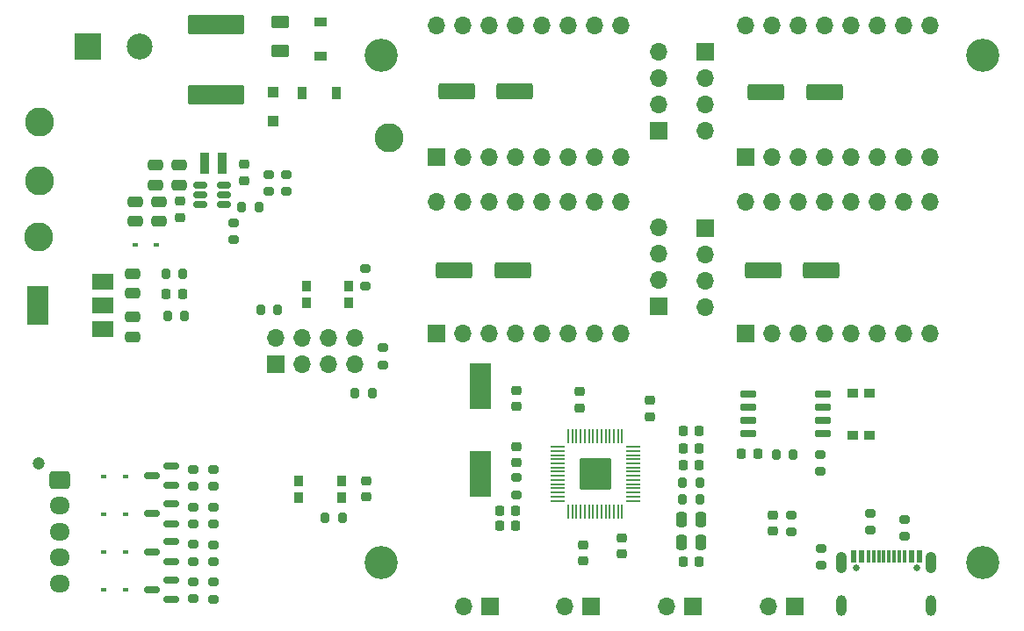
<source format=gbr>
%TF.GenerationSoftware,KiCad,Pcbnew,(6.0.2-0)*%
%TF.CreationDate,2022-05-18T10:29:49+02:00*%
%TF.ProjectId,Huge-Stepper-Driver,48756765-2d53-4746-9570-7065722d4472,rev?*%
%TF.SameCoordinates,Original*%
%TF.FileFunction,Soldermask,Top*%
%TF.FilePolarity,Negative*%
%FSLAX46Y46*%
G04 Gerber Fmt 4.6, Leading zero omitted, Abs format (unit mm)*
G04 Created by KiCad (PCBNEW (6.0.2-0)) date 2022-05-18 10:29:49*
%MOMM*%
%LPD*%
G01*
G04 APERTURE LIST*
G04 Aperture macros list*
%AMRoundRect*
0 Rectangle with rounded corners*
0 $1 Rounding radius*
0 $2 $3 $4 $5 $6 $7 $8 $9 X,Y pos of 4 corners*
0 Add a 4 corners polygon primitive as box body*
4,1,4,$2,$3,$4,$5,$6,$7,$8,$9,$2,$3,0*
0 Add four circle primitives for the rounded corners*
1,1,$1+$1,$2,$3*
1,1,$1+$1,$4,$5*
1,1,$1+$1,$6,$7*
1,1,$1+$1,$8,$9*
0 Add four rect primitives between the rounded corners*
20,1,$1+$1,$2,$3,$4,$5,0*
20,1,$1+$1,$4,$5,$6,$7,0*
20,1,$1+$1,$6,$7,$8,$9,0*
20,1,$1+$1,$8,$9,$2,$3,0*%
G04 Aperture macros list end*
%ADD10R,1.700000X1.700000*%
%ADD11O,1.700000X1.700000*%
%ADD12RoundRect,0.150000X0.587500X0.150000X-0.587500X0.150000X-0.587500X-0.150000X0.587500X-0.150000X0*%
%ADD13RoundRect,0.250000X0.475000X-0.250000X0.475000X0.250000X-0.475000X0.250000X-0.475000X-0.250000X0*%
%ADD14RoundRect,0.250000X-1.500000X-0.550000X1.500000X-0.550000X1.500000X0.550000X-1.500000X0.550000X0*%
%ADD15R,0.600000X0.450000*%
%ADD16R,2.500000X2.500000*%
%ADD17C,2.500000*%
%ADD18RoundRect,0.200000X-0.275000X0.200000X-0.275000X-0.200000X0.275000X-0.200000X0.275000X0.200000X0*%
%ADD19C,2.800000*%
%ADD20R,2.000000X4.500000*%
%ADD21RoundRect,0.250000X0.625000X-0.375000X0.625000X0.375000X-0.625000X0.375000X-0.625000X-0.375000X0*%
%ADD22RoundRect,0.225000X0.225000X0.250000X-0.225000X0.250000X-0.225000X-0.250000X0.225000X-0.250000X0*%
%ADD23RoundRect,0.200000X0.200000X0.275000X-0.200000X0.275000X-0.200000X-0.275000X0.200000X-0.275000X0*%
%ADD24RoundRect,0.200000X0.275000X-0.200000X0.275000X0.200000X-0.275000X0.200000X-0.275000X-0.200000X0*%
%ADD25RoundRect,0.150000X-0.512500X-0.150000X0.512500X-0.150000X0.512500X0.150000X-0.512500X0.150000X0*%
%ADD26R,0.900000X1.000000*%
%ADD27RoundRect,0.218750X0.256250X-0.218750X0.256250X0.218750X-0.256250X0.218750X-0.256250X-0.218750X0*%
%ADD28RoundRect,0.250000X-0.250000X-0.475000X0.250000X-0.475000X0.250000X0.475000X-0.250000X0.475000X0*%
%ADD29R,1.200000X0.900000*%
%ADD30C,3.200000*%
%ADD31RoundRect,0.250000X2.475000X-0.712500X2.475000X0.712500X-2.475000X0.712500X-2.475000X-0.712500X0*%
%ADD32RoundRect,0.225000X0.250000X-0.225000X0.250000X0.225000X-0.250000X0.225000X-0.250000X-0.225000X0*%
%ADD33RoundRect,0.225000X-0.225000X-0.250000X0.225000X-0.250000X0.225000X0.250000X-0.225000X0.250000X0*%
%ADD34RoundRect,0.050000X-0.050000X0.587500X-0.050000X-0.587500X0.050000X-0.587500X0.050000X0.587500X0*%
%ADD35RoundRect,0.050000X-0.587500X-0.050000X0.587500X-0.050000X0.587500X0.050000X-0.587500X0.050000X0*%
%ADD36RoundRect,0.050000X0.050000X-0.587500X0.050000X0.587500X-0.050000X0.587500X-0.050000X-0.587500X0*%
%ADD37RoundRect,0.050000X0.587500X0.050000X-0.587500X0.050000X-0.587500X-0.050000X0.587500X-0.050000X0*%
%ADD38RoundRect,0.155000X-1.395000X1.395000X-1.395000X-1.395000X1.395000X-1.395000X1.395000X1.395000X0*%
%ADD39RoundRect,0.200000X-0.200000X-0.275000X0.200000X-0.275000X0.200000X0.275000X-0.200000X0.275000X0*%
%ADD40RoundRect,0.250000X-0.475000X0.250000X-0.475000X-0.250000X0.475000X-0.250000X0.475000X0.250000X0*%
%ADD41R,1.000000X0.900000*%
%ADD42RoundRect,0.225000X-0.250000X0.225000X-0.250000X-0.225000X0.250000X-0.225000X0.250000X0.225000X0*%
%ADD43C,0.650000*%
%ADD44R,0.600000X1.150000*%
%ADD45R,0.300000X1.150000*%
%ADD46R,0.600000X0.900000*%
%ADD47O,1.050000X2.100000*%
%ADD48O,1.000000X2.000000*%
%ADD49RoundRect,0.225000X0.225000X0.825000X-0.225000X0.825000X-0.225000X-0.825000X0.225000X-0.825000X0*%
%ADD50RoundRect,0.150000X0.650000X0.150000X-0.650000X0.150000X-0.650000X-0.150000X0.650000X-0.150000X0*%
%ADD51R,1.100000X1.100000*%
%ADD52R,2.000000X1.500000*%
%ADD53R,2.000000X3.800000*%
%ADD54RoundRect,0.218750X0.218750X0.256250X-0.218750X0.256250X-0.218750X-0.256250X0.218750X-0.256250X0*%
%ADD55C,1.200000*%
%ADD56RoundRect,0.250000X-0.725000X0.600000X-0.725000X-0.600000X0.725000X-0.600000X0.725000X0.600000X0*%
%ADD57O,1.950000X1.700000*%
%ADD58R,0.900000X1.200000*%
G04 APERTURE END LIST*
D10*
%TO.C,U5*%
X131317500Y-91871800D03*
D11*
X133857500Y-91871800D03*
X136397500Y-91871800D03*
X138937500Y-91871800D03*
X141477500Y-91871800D03*
X144017500Y-91871800D03*
X146557500Y-91871800D03*
X149097500Y-91871800D03*
X149097500Y-79171800D03*
X146557500Y-79171800D03*
X144017500Y-79171800D03*
X141477500Y-79171800D03*
X138937500Y-79171800D03*
X136397500Y-79171800D03*
X133857500Y-79171800D03*
X131317500Y-79171800D03*
%TD*%
D12*
%TO.C,Q8*%
X105772900Y-134530000D03*
X105772900Y-132630000D03*
X103897900Y-133580000D03*
%TD*%
D13*
%TO.C,C2*%
X104571200Y-98040200D03*
X104571200Y-96140200D03*
%TD*%
D10*
%TO.C,J4*%
X136460000Y-135240000D03*
D11*
X133920000Y-135240000D03*
%TD*%
D14*
%TO.C,C25*%
X133267800Y-85521800D03*
X138867800Y-85521800D03*
%TD*%
D15*
%TO.C,D4*%
X102250000Y-100310000D03*
X104350000Y-100310000D03*
%TD*%
D16*
%TO.C,J1*%
X97750000Y-81150000D03*
D17*
X102750000Y-81150000D03*
%TD*%
D18*
%TO.C,R37*%
X109817600Y-132842400D03*
X109817600Y-134492400D03*
%TD*%
D13*
%TO.C,C1*%
X102271200Y-98040200D03*
X102271200Y-96140200D03*
%TD*%
D19*
%TO.C,TP4*%
X93000000Y-99560000D03*
%TD*%
D20*
%TO.C,Y1*%
X135580000Y-113910000D03*
X135580000Y-122410000D03*
%TD*%
D21*
%TO.C,F2*%
X116230400Y-81584800D03*
X116230400Y-78784800D03*
%TD*%
D22*
%TO.C,C12*%
X138935000Y-127440000D03*
X137385000Y-127440000D03*
%TD*%
D23*
%TO.C,R7*%
X106871800Y-103082000D03*
X105221800Y-103082000D03*
%TD*%
D18*
%TO.C,R13*%
X139020000Y-122795000D03*
X139020000Y-124445000D03*
%TD*%
D24*
%TO.C,R20*%
X165500000Y-128035000D03*
X165500000Y-126385000D03*
%TD*%
D25*
%TO.C,U1*%
X108593700Y-94543800D03*
X108593700Y-95493800D03*
X108593700Y-96443800D03*
X110868700Y-96443800D03*
X110868700Y-95493800D03*
X110868700Y-94543800D03*
%TD*%
D24*
%TO.C,R2*%
X173130000Y-127845000D03*
X173130000Y-126195000D03*
%TD*%
D26*
%TO.C,SW2*%
X118053000Y-124672600D03*
X122153000Y-124672600D03*
X122153000Y-123072600D03*
X118053000Y-123072600D03*
%TD*%
D27*
%TO.C,D6*%
X163770000Y-127957500D03*
X163770000Y-126382500D03*
%TD*%
D24*
%TO.C,R6*%
X111767400Y-99830200D03*
X111767400Y-98180200D03*
%TD*%
D28*
%TO.C,C10*%
X154921400Y-126825058D03*
X156821400Y-126825058D03*
%TD*%
D29*
%TO.C,D2*%
X120167400Y-78842600D03*
X120167400Y-82142600D03*
%TD*%
D30*
%TO.C,H2*%
X184000000Y-82000000D03*
%TD*%
D31*
%TO.C,F1*%
X110058200Y-85861300D03*
X110058200Y-79086300D03*
%TD*%
D15*
%TO.C,D9*%
X101338800Y-129947800D03*
X99238800Y-129947800D03*
%TD*%
D32*
%TO.C,C3*%
X106647400Y-97661600D03*
X106647400Y-96111600D03*
%TD*%
D33*
%TO.C,C14*%
X155106400Y-130909229D03*
X156656400Y-130909229D03*
%TD*%
%TO.C,C11*%
X155096400Y-118254200D03*
X156646400Y-118254200D03*
%TD*%
D34*
%TO.C,U3*%
X149230000Y-118765900D03*
X148830000Y-118765900D03*
X148430000Y-118765900D03*
X148030000Y-118765900D03*
X147630000Y-118765900D03*
X147230000Y-118765900D03*
X146830000Y-118765900D03*
X146430000Y-118765900D03*
X146030000Y-118765900D03*
X145630000Y-118765900D03*
X145230000Y-118765900D03*
X144830000Y-118765900D03*
X144430000Y-118765900D03*
X144030000Y-118765900D03*
D35*
X142992500Y-119803400D03*
X142992500Y-120203400D03*
X142992500Y-120603400D03*
X142992500Y-121003400D03*
X142992500Y-121403400D03*
X142992500Y-121803400D03*
X142992500Y-122203400D03*
X142992500Y-122603400D03*
X142992500Y-123003400D03*
X142992500Y-123403400D03*
X142992500Y-123803400D03*
X142992500Y-124203400D03*
X142992500Y-124603400D03*
X142992500Y-125003400D03*
D36*
X144030000Y-126040900D03*
X144430000Y-126040900D03*
X144830000Y-126040900D03*
X145230000Y-126040900D03*
X145630000Y-126040900D03*
X146030000Y-126040900D03*
X146430000Y-126040900D03*
X146830000Y-126040900D03*
X147230000Y-126040900D03*
X147630000Y-126040900D03*
X148030000Y-126040900D03*
X148430000Y-126040900D03*
X148830000Y-126040900D03*
X149230000Y-126040900D03*
D37*
X150267500Y-125003400D03*
X150267500Y-124603400D03*
X150267500Y-124203400D03*
X150267500Y-123803400D03*
X150267500Y-123403400D03*
X150267500Y-123003400D03*
X150267500Y-122603400D03*
X150267500Y-122203400D03*
X150267500Y-121803400D03*
X150267500Y-121403400D03*
X150267500Y-121003400D03*
X150267500Y-120603400D03*
X150267500Y-120203400D03*
X150267500Y-119803400D03*
D38*
X146630000Y-122403400D03*
%TD*%
D30*
%TO.C,H1*%
X126000000Y-82000000D03*
%TD*%
D10*
%TO.C,J6*%
X156069840Y-135240000D03*
D11*
X153529840Y-135240000D03*
%TD*%
D10*
%TO.C,J14*%
X157227500Y-98680000D03*
D11*
X157227500Y-101220000D03*
X157227500Y-103760000D03*
X157227500Y-106300000D03*
%TD*%
D18*
%TO.C,R35*%
X109817600Y-125629066D03*
X109817600Y-127279066D03*
%TD*%
D33*
%TO.C,C13*%
X155096400Y-121582545D03*
X156646400Y-121582545D03*
%TD*%
D28*
%TO.C,C9*%
X154921400Y-128989229D03*
X156821400Y-128989229D03*
%TD*%
D15*
%TO.C,D7*%
X101338800Y-122632600D03*
X99238800Y-122632600D03*
%TD*%
D39*
%TO.C,R10*%
X120590000Y-126680000D03*
X122240000Y-126680000D03*
%TD*%
D40*
%TO.C,C7*%
X102020400Y-107288200D03*
X102020400Y-109188200D03*
%TD*%
D15*
%TO.C,D8*%
X101338800Y-126290200D03*
X99238800Y-126290200D03*
%TD*%
%TO.C,D10*%
X101338800Y-133605400D03*
X99238800Y-133605400D03*
%TD*%
D12*
%TO.C,Q6*%
X105772900Y-127214800D03*
X105772900Y-125314800D03*
X103897900Y-126264800D03*
%TD*%
D24*
%TO.C,R1*%
X168440000Y-131235000D03*
X168440000Y-129585000D03*
%TD*%
D32*
%TO.C,C19*%
X145110000Y-116045000D03*
X145110000Y-114495000D03*
%TD*%
D18*
%TO.C,R4*%
X115120000Y-93515000D03*
X115120000Y-95165000D03*
%TD*%
D23*
%TO.C,R5*%
X114207400Y-96700200D03*
X112557400Y-96700200D03*
%TD*%
D41*
%TO.C,SW1*%
X171482600Y-114613800D03*
X171482600Y-118713800D03*
X173082600Y-114613800D03*
X173082600Y-118713800D03*
%TD*%
D42*
%TO.C,C18*%
X145470000Y-129255000D03*
X145470000Y-130805000D03*
%TD*%
D40*
%TO.C,C5*%
X104237400Y-92620200D03*
X104237400Y-94520200D03*
%TD*%
D32*
%TO.C,C21*%
X139040000Y-115930000D03*
X139040000Y-114380000D03*
%TD*%
D42*
%TO.C,C16*%
X149221400Y-128605000D03*
X149221400Y-130155000D03*
%TD*%
D43*
%TO.C,J2*%
X171820000Y-131440000D03*
X177600000Y-131440000D03*
D44*
X171510000Y-130365000D03*
X172310000Y-130365000D03*
D45*
X173460000Y-130365000D03*
X174460000Y-130365000D03*
X174960000Y-130365000D03*
X175960000Y-130365000D03*
D46*
X177110000Y-130490000D03*
X177910000Y-130490000D03*
D44*
X177910000Y-130365000D03*
X177110000Y-130365000D03*
D45*
X176460000Y-130365000D03*
X175460000Y-130365000D03*
X173960000Y-130365000D03*
X172960000Y-130365000D03*
D46*
X172310000Y-130365000D03*
X171510000Y-130490000D03*
D47*
X170390000Y-130940000D03*
D48*
X170390000Y-135120000D03*
X179030000Y-135120000D03*
D47*
X179030000Y-130940000D03*
%TD*%
D23*
%TO.C,R15*%
X125125000Y-114630000D03*
X123475000Y-114630000D03*
%TD*%
D32*
%TO.C,C20*%
X151910000Y-116895000D03*
X151910000Y-115345000D03*
%TD*%
D10*
%TO.C,J5*%
X146264920Y-135240000D03*
D11*
X143724920Y-135240000D03*
%TD*%
D49*
%TO.C,L1*%
X110657400Y-92440200D03*
X108957400Y-92440200D03*
%TD*%
D24*
%TO.C,R38*%
X107917600Y-123642400D03*
X107917600Y-121992400D03*
%TD*%
D26*
%TO.C,SW3*%
X118770000Y-105880000D03*
X122870000Y-105880000D03*
X122870000Y-104280000D03*
X118770000Y-104280000D03*
%TD*%
D32*
%TO.C,C34*%
X124548000Y-124647600D03*
X124548000Y-123097600D03*
%TD*%
D19*
%TO.C,TP1*%
X126760000Y-89980000D03*
%TD*%
D24*
%TO.C,R39*%
X107917600Y-127249066D03*
X107917600Y-125599066D03*
%TD*%
D30*
%TO.C,H3*%
X126000000Y-131000000D03*
%TD*%
D10*
%TO.C,J8*%
X157227500Y-81721800D03*
D11*
X157227500Y-84261800D03*
X157227500Y-86801800D03*
X157227500Y-89341800D03*
%TD*%
D10*
%TO.C,J9*%
X165874760Y-135240000D03*
D11*
X163334760Y-135240000D03*
%TD*%
D10*
%TO.C,U8*%
X161134200Y-108830000D03*
D11*
X163674200Y-108830000D03*
X166214200Y-108830000D03*
X168754200Y-108830000D03*
X171294200Y-108830000D03*
X173834200Y-108830000D03*
X176374200Y-108830000D03*
X178914200Y-108830000D03*
X178914200Y-96130000D03*
X176374200Y-96130000D03*
X173834200Y-96130000D03*
X171294200Y-96130000D03*
X168754200Y-96130000D03*
X166214200Y-96130000D03*
X163674200Y-96130000D03*
X161134200Y-96130000D03*
%TD*%
D22*
%TO.C,C24*%
X162285000Y-120490000D03*
X160735000Y-120490000D03*
%TD*%
D10*
%TO.C,U6*%
X161134200Y-91871800D03*
D11*
X163674200Y-91871800D03*
X166214200Y-91871800D03*
X168754200Y-91871800D03*
X171294200Y-91871800D03*
X173834200Y-91871800D03*
X176374200Y-91871800D03*
X178914200Y-91871800D03*
X178914200Y-79171800D03*
X176374200Y-79171800D03*
X173834200Y-79171800D03*
X171294200Y-79171800D03*
X168754200Y-79171800D03*
X166214200Y-79171800D03*
X163674200Y-79171800D03*
X161134200Y-79171800D03*
%TD*%
D10*
%TO.C,J13*%
X152790000Y-106280000D03*
D11*
X152790000Y-103740000D03*
X152790000Y-101200000D03*
X152790000Y-98660000D03*
%TD*%
D33*
%TO.C,C15*%
X155096400Y-119918374D03*
X156646400Y-119918374D03*
%TD*%
D50*
%TO.C,U4*%
X168602600Y-118508800D03*
X168602600Y-117238800D03*
X168602600Y-115968800D03*
X168602600Y-114698800D03*
X161402600Y-114698800D03*
X161402600Y-115968800D03*
X161402600Y-117238800D03*
X161402600Y-118508800D03*
%TD*%
D19*
%TO.C,TP2*%
X93050000Y-94120000D03*
%TD*%
D10*
%TO.C,J7*%
X152790000Y-89321800D03*
D11*
X152790000Y-86781800D03*
X152790000Y-84241800D03*
X152790000Y-81701800D03*
%TD*%
D51*
%TO.C,D3*%
X115620800Y-88395000D03*
X115620800Y-85595000D03*
%TD*%
D10*
%TO.C,J3*%
X115850000Y-111850000D03*
D11*
X115850000Y-109310000D03*
X118390000Y-111850000D03*
X118390000Y-109310000D03*
X120930000Y-111850000D03*
X120930000Y-109310000D03*
X123470000Y-111850000D03*
X123470000Y-109310000D03*
%TD*%
D19*
%TO.C,TP3*%
X93050000Y-88450000D03*
%TD*%
D24*
%TO.C,R14*%
X116830000Y-95155000D03*
X116830000Y-93505000D03*
%TD*%
D10*
%TO.C,U7*%
X131317500Y-108830000D03*
D11*
X133857500Y-108830000D03*
X136397500Y-108830000D03*
X138937500Y-108830000D03*
X141477500Y-108830000D03*
X144017500Y-108830000D03*
X146557500Y-108830000D03*
X149097500Y-108830000D03*
X149097500Y-96130000D03*
X146557500Y-96130000D03*
X144017500Y-96130000D03*
X141477500Y-96130000D03*
X138937500Y-96130000D03*
X136397500Y-96130000D03*
X133857500Y-96130000D03*
X131317500Y-96130000D03*
%TD*%
D39*
%TO.C,R9*%
X155046400Y-124910887D03*
X156696400Y-124910887D03*
%TD*%
D42*
%TO.C,C4*%
X112747400Y-92565200D03*
X112747400Y-94115200D03*
%TD*%
D18*
%TO.C,R34*%
X109817600Y-121982400D03*
X109817600Y-123632400D03*
%TD*%
%TO.C,R18*%
X124460000Y-102640000D03*
X124460000Y-104290000D03*
%TD*%
D40*
%TO.C,C6*%
X106487400Y-92620200D03*
X106487400Y-94520200D03*
%TD*%
D24*
%TO.C,R16*%
X126130000Y-111875000D03*
X126130000Y-110225000D03*
%TD*%
D14*
%TO.C,C26*%
X163110000Y-85550000D03*
X168710000Y-85550000D03*
%TD*%
D24*
%TO.C,R3*%
X176440000Y-128465000D03*
X176440000Y-126815000D03*
%TD*%
D14*
%TO.C,C28*%
X162840000Y-102760000D03*
X168440000Y-102760000D03*
%TD*%
D18*
%TO.C,R36*%
X109817600Y-129255732D03*
X109817600Y-130905732D03*
%TD*%
D22*
%TO.C,C17*%
X138935000Y-125966800D03*
X137385000Y-125966800D03*
%TD*%
D39*
%TO.C,R8*%
X155046400Y-123246716D03*
X156696400Y-123246716D03*
%TD*%
D52*
%TO.C,U2*%
X99189200Y-108439000D03*
D53*
X92889200Y-106139000D03*
D52*
X99189200Y-106139000D03*
X99189200Y-103839000D03*
%TD*%
D39*
%TO.C,R17*%
X114365000Y-106570000D03*
X116015000Y-106570000D03*
%TD*%
D23*
%TO.C,R19*%
X107040000Y-107200000D03*
X105390000Y-107200000D03*
%TD*%
D54*
%TO.C,D5*%
X106834300Y-105088600D03*
X105259300Y-105088600D03*
%TD*%
D24*
%TO.C,R41*%
X107917600Y-134462400D03*
X107917600Y-132812400D03*
%TD*%
D14*
%TO.C,C27*%
X133060000Y-102780000D03*
X138660000Y-102780000D03*
%TD*%
D30*
%TO.C,H4*%
X184000000Y-131000000D03*
%TD*%
D39*
%TO.C,R12*%
X164063200Y-120515400D03*
X165713200Y-120515400D03*
%TD*%
D55*
%TO.C,J21*%
X92972600Y-121392000D03*
D56*
X94972600Y-122992000D03*
D57*
X94972600Y-125492000D03*
X94972600Y-127992000D03*
X94972600Y-130492000D03*
X94972600Y-132992000D03*
%TD*%
D12*
%TO.C,Q7*%
X105772900Y-130872400D03*
X105772900Y-128972400D03*
X103897900Y-129922400D03*
%TD*%
%TO.C,Q5*%
X105772900Y-123557200D03*
X105772900Y-121657200D03*
X103897900Y-122607200D03*
%TD*%
D24*
%TO.C,R11*%
X168342600Y-122190800D03*
X168342600Y-120540800D03*
%TD*%
%TO.C,R40*%
X107917600Y-130855732D03*
X107917600Y-129205732D03*
%TD*%
D32*
%TO.C,C22*%
X139020000Y-121325000D03*
X139020000Y-119775000D03*
%TD*%
D13*
%TO.C,C8*%
X102020400Y-104971800D03*
X102020400Y-103071800D03*
%TD*%
D58*
%TO.C,D1*%
X118365000Y-85640000D03*
X121665000Y-85640000D03*
%TD*%
M02*

</source>
